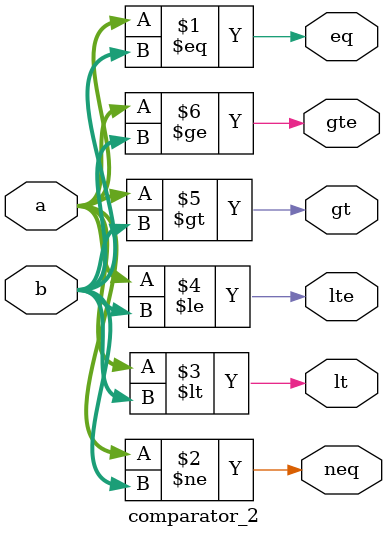
<source format=sv>
module comparator_2 #(parameter N = 8)
							(input logic [N-1:0] a, b,
							 output logic eq, neq, lt, lte, gt, gte);
							 						 
	assign eq = (a == b);
	assign neq = (a != b);
	assign lt = (a < b);
	assign lte = (a <= b);
	assign gt = (a > b);
	assign gte = (a >= b);
endmodule
</source>
